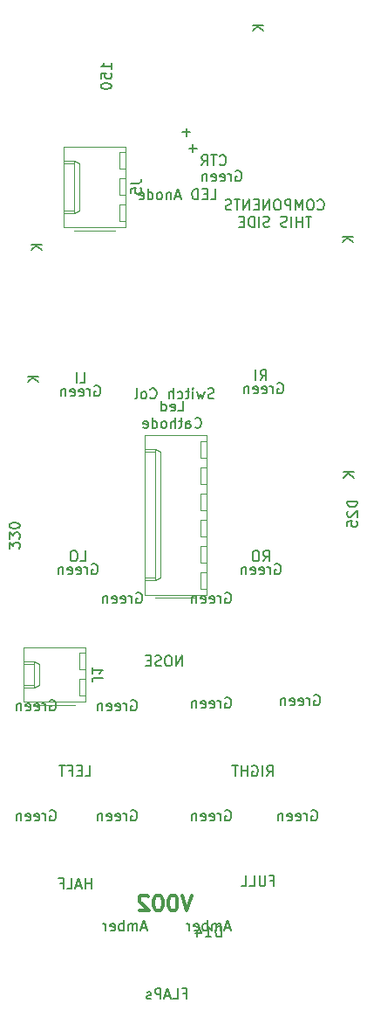
<source format=gbr>
G04 #@! TF.GenerationSoftware,KiCad,Pcbnew,(5.1.5-0-10_14)*
G04 #@! TF.CreationDate,2021-11-28T08:40:40+10:00*
G04 #@! TF.ProjectId,JETT_SELECT_Panel,4a455454-5f53-4454-9c45-43545f50616e,-*
G04 #@! TF.SameCoordinates,Original*
G04 #@! TF.FileFunction,Legend,Bot*
G04 #@! TF.FilePolarity,Positive*
%FSLAX46Y46*%
G04 Gerber Fmt 4.6, Leading zero omitted, Abs format (unit mm)*
G04 Created by KiCad (PCBNEW (5.1.5-0-10_14)) date 2021-11-28 08:40:40*
%MOMM*%
%LPD*%
G04 APERTURE LIST*
%ADD10C,0.150000*%
%ADD11C,0.300000*%
%ADD12C,0.120000*%
G04 APERTURE END LIST*
D10*
X116783916Y-67318392D02*
X116831535Y-67366011D01*
X116974392Y-67413630D01*
X117069630Y-67413630D01*
X117212488Y-67366011D01*
X117307726Y-67270773D01*
X117355345Y-67175535D01*
X117402964Y-66985059D01*
X117402964Y-66842202D01*
X117355345Y-66651726D01*
X117307726Y-66556488D01*
X117212488Y-66461250D01*
X117069630Y-66413630D01*
X116974392Y-66413630D01*
X116831535Y-66461250D01*
X116783916Y-66508869D01*
X116164869Y-66413630D02*
X115974392Y-66413630D01*
X115879154Y-66461250D01*
X115783916Y-66556488D01*
X115736297Y-66746964D01*
X115736297Y-67080297D01*
X115783916Y-67270773D01*
X115879154Y-67366011D01*
X115974392Y-67413630D01*
X116164869Y-67413630D01*
X116260107Y-67366011D01*
X116355345Y-67270773D01*
X116402964Y-67080297D01*
X116402964Y-66746964D01*
X116355345Y-66556488D01*
X116260107Y-66461250D01*
X116164869Y-66413630D01*
X115307726Y-67413630D02*
X115307726Y-66413630D01*
X114974392Y-67127916D01*
X114641059Y-66413630D01*
X114641059Y-67413630D01*
X114164869Y-67413630D02*
X114164869Y-66413630D01*
X113783916Y-66413630D01*
X113688678Y-66461250D01*
X113641059Y-66508869D01*
X113593440Y-66604107D01*
X113593440Y-66746964D01*
X113641059Y-66842202D01*
X113688678Y-66889821D01*
X113783916Y-66937440D01*
X114164869Y-66937440D01*
X112974392Y-66413630D02*
X112783916Y-66413630D01*
X112688678Y-66461250D01*
X112593440Y-66556488D01*
X112545821Y-66746964D01*
X112545821Y-67080297D01*
X112593440Y-67270773D01*
X112688678Y-67366011D01*
X112783916Y-67413630D01*
X112974392Y-67413630D01*
X113069630Y-67366011D01*
X113164869Y-67270773D01*
X113212488Y-67080297D01*
X113212488Y-66746964D01*
X113164869Y-66556488D01*
X113069630Y-66461250D01*
X112974392Y-66413630D01*
X112117250Y-67413630D02*
X112117250Y-66413630D01*
X111545821Y-67413630D01*
X111545821Y-66413630D01*
X111069630Y-66889821D02*
X110736297Y-66889821D01*
X110593440Y-67413630D02*
X111069630Y-67413630D01*
X111069630Y-66413630D01*
X110593440Y-66413630D01*
X110164869Y-67413630D02*
X110164869Y-66413630D01*
X109593440Y-67413630D01*
X109593440Y-66413630D01*
X109260107Y-66413630D02*
X108688678Y-66413630D01*
X108974392Y-67413630D02*
X108974392Y-66413630D01*
X108402964Y-67366011D02*
X108260107Y-67413630D01*
X108022011Y-67413630D01*
X107926773Y-67366011D01*
X107879154Y-67318392D01*
X107831535Y-67223154D01*
X107831535Y-67127916D01*
X107879154Y-67032678D01*
X107926773Y-66985059D01*
X108022011Y-66937440D01*
X108212488Y-66889821D01*
X108307726Y-66842202D01*
X108355345Y-66794583D01*
X108402964Y-66699345D01*
X108402964Y-66604107D01*
X108355345Y-66508869D01*
X108307726Y-66461250D01*
X108212488Y-66413630D01*
X107974392Y-66413630D01*
X107831535Y-66461250D01*
X116188678Y-68063630D02*
X115617250Y-68063630D01*
X115902964Y-69063630D02*
X115902964Y-68063630D01*
X115283916Y-69063630D02*
X115283916Y-68063630D01*
X115283916Y-68539821D02*
X114712488Y-68539821D01*
X114712488Y-69063630D02*
X114712488Y-68063630D01*
X114236297Y-69063630D02*
X114236297Y-68063630D01*
X113807726Y-69016011D02*
X113664869Y-69063630D01*
X113426773Y-69063630D01*
X113331535Y-69016011D01*
X113283916Y-68968392D01*
X113236297Y-68873154D01*
X113236297Y-68777916D01*
X113283916Y-68682678D01*
X113331535Y-68635059D01*
X113426773Y-68587440D01*
X113617250Y-68539821D01*
X113712488Y-68492202D01*
X113760107Y-68444583D01*
X113807726Y-68349345D01*
X113807726Y-68254107D01*
X113760107Y-68158869D01*
X113712488Y-68111250D01*
X113617250Y-68063630D01*
X113379154Y-68063630D01*
X113236297Y-68111250D01*
X112093440Y-69016011D02*
X111950583Y-69063630D01*
X111712488Y-69063630D01*
X111617250Y-69016011D01*
X111569630Y-68968392D01*
X111522011Y-68873154D01*
X111522011Y-68777916D01*
X111569630Y-68682678D01*
X111617250Y-68635059D01*
X111712488Y-68587440D01*
X111902964Y-68539821D01*
X111998202Y-68492202D01*
X112045821Y-68444583D01*
X112093440Y-68349345D01*
X112093440Y-68254107D01*
X112045821Y-68158869D01*
X111998202Y-68111250D01*
X111902964Y-68063630D01*
X111664869Y-68063630D01*
X111522011Y-68111250D01*
X111093440Y-69063630D02*
X111093440Y-68063630D01*
X110617250Y-69063630D02*
X110617250Y-68063630D01*
X110379154Y-68063630D01*
X110236297Y-68111250D01*
X110141059Y-68206488D01*
X110093440Y-68301726D01*
X110045821Y-68492202D01*
X110045821Y-68635059D01*
X110093440Y-68825535D01*
X110141059Y-68920773D01*
X110236297Y-69016011D01*
X110379154Y-69063630D01*
X110617250Y-69063630D01*
X109617250Y-68539821D02*
X109283916Y-68539821D01*
X109141059Y-69063630D02*
X109617250Y-69063630D01*
X109617250Y-68063630D01*
X109141059Y-68063630D01*
D11*
X104592107Y-133830321D02*
X104092107Y-135330321D01*
X103592107Y-133830321D01*
X102806392Y-133830321D02*
X102663535Y-133830321D01*
X102520678Y-133901750D01*
X102449250Y-133973178D01*
X102377821Y-134116035D01*
X102306392Y-134401750D01*
X102306392Y-134758892D01*
X102377821Y-135044607D01*
X102449250Y-135187464D01*
X102520678Y-135258892D01*
X102663535Y-135330321D01*
X102806392Y-135330321D01*
X102949250Y-135258892D01*
X103020678Y-135187464D01*
X103092107Y-135044607D01*
X103163535Y-134758892D01*
X103163535Y-134401750D01*
X103092107Y-134116035D01*
X103020678Y-133973178D01*
X102949250Y-133901750D01*
X102806392Y-133830321D01*
X101377821Y-133830321D02*
X101234964Y-133830321D01*
X101092107Y-133901750D01*
X101020678Y-133973178D01*
X100949250Y-134116035D01*
X100877821Y-134401750D01*
X100877821Y-134758892D01*
X100949250Y-135044607D01*
X101020678Y-135187464D01*
X101092107Y-135258892D01*
X101234964Y-135330321D01*
X101377821Y-135330321D01*
X101520678Y-135258892D01*
X101592107Y-135187464D01*
X101663535Y-135044607D01*
X101734964Y-134758892D01*
X101734964Y-134401750D01*
X101663535Y-134116035D01*
X101592107Y-133973178D01*
X101520678Y-133901750D01*
X101377821Y-133830321D01*
X100306392Y-133973178D02*
X100234964Y-133901750D01*
X100092107Y-133830321D01*
X99734964Y-133830321D01*
X99592107Y-133901750D01*
X99520678Y-133973178D01*
X99449250Y-134116035D01*
X99449250Y-134258892D01*
X99520678Y-134473178D01*
X100377821Y-135330321D01*
X99449250Y-135330321D01*
D10*
X108830892Y-63666750D02*
X108926130Y-63619130D01*
X109068988Y-63619130D01*
X109211845Y-63666750D01*
X109307083Y-63761988D01*
X109354702Y-63857226D01*
X109402321Y-64047702D01*
X109402321Y-64190559D01*
X109354702Y-64381035D01*
X109307083Y-64476273D01*
X109211845Y-64571511D01*
X109068988Y-64619130D01*
X108973750Y-64619130D01*
X108830892Y-64571511D01*
X108783273Y-64523892D01*
X108783273Y-64190559D01*
X108973750Y-64190559D01*
X108354702Y-64619130D02*
X108354702Y-63952464D01*
X108354702Y-64142940D02*
X108307083Y-64047702D01*
X108259464Y-64000083D01*
X108164226Y-63952464D01*
X108068988Y-63952464D01*
X107354702Y-64571511D02*
X107449940Y-64619130D01*
X107640416Y-64619130D01*
X107735654Y-64571511D01*
X107783273Y-64476273D01*
X107783273Y-64095321D01*
X107735654Y-64000083D01*
X107640416Y-63952464D01*
X107449940Y-63952464D01*
X107354702Y-64000083D01*
X107307083Y-64095321D01*
X107307083Y-64190559D01*
X107783273Y-64285797D01*
X106497559Y-64571511D02*
X106592797Y-64619130D01*
X106783273Y-64619130D01*
X106878511Y-64571511D01*
X106926130Y-64476273D01*
X106926130Y-64095321D01*
X106878511Y-64000083D01*
X106783273Y-63952464D01*
X106592797Y-63952464D01*
X106497559Y-64000083D01*
X106449940Y-64095321D01*
X106449940Y-64190559D01*
X106926130Y-64285797D01*
X106021369Y-63952464D02*
X106021369Y-64619130D01*
X106021369Y-64047702D02*
X105973750Y-64000083D01*
X105878511Y-63952464D01*
X105735654Y-63952464D01*
X105640416Y-64000083D01*
X105592797Y-64095321D01*
X105592797Y-64619130D01*
X95114892Y-84494750D02*
X95210130Y-84447130D01*
X95352988Y-84447130D01*
X95495845Y-84494750D01*
X95591083Y-84589988D01*
X95638702Y-84685226D01*
X95686321Y-84875702D01*
X95686321Y-85018559D01*
X95638702Y-85209035D01*
X95591083Y-85304273D01*
X95495845Y-85399511D01*
X95352988Y-85447130D01*
X95257750Y-85447130D01*
X95114892Y-85399511D01*
X95067273Y-85351892D01*
X95067273Y-85018559D01*
X95257750Y-85018559D01*
X94638702Y-85447130D02*
X94638702Y-84780464D01*
X94638702Y-84970940D02*
X94591083Y-84875702D01*
X94543464Y-84828083D01*
X94448226Y-84780464D01*
X94352988Y-84780464D01*
X93638702Y-85399511D02*
X93733940Y-85447130D01*
X93924416Y-85447130D01*
X94019654Y-85399511D01*
X94067273Y-85304273D01*
X94067273Y-84923321D01*
X94019654Y-84828083D01*
X93924416Y-84780464D01*
X93733940Y-84780464D01*
X93638702Y-84828083D01*
X93591083Y-84923321D01*
X93591083Y-85018559D01*
X94067273Y-85113797D01*
X92781559Y-85399511D02*
X92876797Y-85447130D01*
X93067273Y-85447130D01*
X93162511Y-85399511D01*
X93210130Y-85304273D01*
X93210130Y-84923321D01*
X93162511Y-84828083D01*
X93067273Y-84780464D01*
X92876797Y-84780464D01*
X92781559Y-84828083D01*
X92733940Y-84923321D01*
X92733940Y-85018559D01*
X93210130Y-85113797D01*
X92305369Y-84780464D02*
X92305369Y-85447130D01*
X92305369Y-84875702D02*
X92257750Y-84828083D01*
X92162511Y-84780464D01*
X92019654Y-84780464D01*
X91924416Y-84828083D01*
X91876797Y-84923321D01*
X91876797Y-85447130D01*
X112894892Y-84240750D02*
X112990130Y-84193130D01*
X113132988Y-84193130D01*
X113275845Y-84240750D01*
X113371083Y-84335988D01*
X113418702Y-84431226D01*
X113466321Y-84621702D01*
X113466321Y-84764559D01*
X113418702Y-84955035D01*
X113371083Y-85050273D01*
X113275845Y-85145511D01*
X113132988Y-85193130D01*
X113037750Y-85193130D01*
X112894892Y-85145511D01*
X112847273Y-85097892D01*
X112847273Y-84764559D01*
X113037750Y-84764559D01*
X112418702Y-85193130D02*
X112418702Y-84526464D01*
X112418702Y-84716940D02*
X112371083Y-84621702D01*
X112323464Y-84574083D01*
X112228226Y-84526464D01*
X112132988Y-84526464D01*
X111418702Y-85145511D02*
X111513940Y-85193130D01*
X111704416Y-85193130D01*
X111799654Y-85145511D01*
X111847273Y-85050273D01*
X111847273Y-84669321D01*
X111799654Y-84574083D01*
X111704416Y-84526464D01*
X111513940Y-84526464D01*
X111418702Y-84574083D01*
X111371083Y-84669321D01*
X111371083Y-84764559D01*
X111847273Y-84859797D01*
X110561559Y-85145511D02*
X110656797Y-85193130D01*
X110847273Y-85193130D01*
X110942511Y-85145511D01*
X110990130Y-85050273D01*
X110990130Y-84669321D01*
X110942511Y-84574083D01*
X110847273Y-84526464D01*
X110656797Y-84526464D01*
X110561559Y-84574083D01*
X110513940Y-84669321D01*
X110513940Y-84764559D01*
X110990130Y-84859797D01*
X110085369Y-84526464D02*
X110085369Y-85193130D01*
X110085369Y-84621702D02*
X110037750Y-84574083D01*
X109942511Y-84526464D01*
X109799654Y-84526464D01*
X109704416Y-84574083D01*
X109656797Y-84669321D01*
X109656797Y-85193130D01*
X112640892Y-101766750D02*
X112736130Y-101719130D01*
X112878988Y-101719130D01*
X113021845Y-101766750D01*
X113117083Y-101861988D01*
X113164702Y-101957226D01*
X113212321Y-102147702D01*
X113212321Y-102290559D01*
X113164702Y-102481035D01*
X113117083Y-102576273D01*
X113021845Y-102671511D01*
X112878988Y-102719130D01*
X112783750Y-102719130D01*
X112640892Y-102671511D01*
X112593273Y-102623892D01*
X112593273Y-102290559D01*
X112783750Y-102290559D01*
X112164702Y-102719130D02*
X112164702Y-102052464D01*
X112164702Y-102242940D02*
X112117083Y-102147702D01*
X112069464Y-102100083D01*
X111974226Y-102052464D01*
X111878988Y-102052464D01*
X111164702Y-102671511D02*
X111259940Y-102719130D01*
X111450416Y-102719130D01*
X111545654Y-102671511D01*
X111593273Y-102576273D01*
X111593273Y-102195321D01*
X111545654Y-102100083D01*
X111450416Y-102052464D01*
X111259940Y-102052464D01*
X111164702Y-102100083D01*
X111117083Y-102195321D01*
X111117083Y-102290559D01*
X111593273Y-102385797D01*
X110307559Y-102671511D02*
X110402797Y-102719130D01*
X110593273Y-102719130D01*
X110688511Y-102671511D01*
X110736130Y-102576273D01*
X110736130Y-102195321D01*
X110688511Y-102100083D01*
X110593273Y-102052464D01*
X110402797Y-102052464D01*
X110307559Y-102100083D01*
X110259940Y-102195321D01*
X110259940Y-102290559D01*
X110736130Y-102385797D01*
X109831369Y-102052464D02*
X109831369Y-102719130D01*
X109831369Y-102147702D02*
X109783750Y-102100083D01*
X109688511Y-102052464D01*
X109545654Y-102052464D01*
X109450416Y-102100083D01*
X109402797Y-102195321D01*
X109402797Y-102719130D01*
X94860892Y-101766750D02*
X94956130Y-101719130D01*
X95098988Y-101719130D01*
X95241845Y-101766750D01*
X95337083Y-101861988D01*
X95384702Y-101957226D01*
X95432321Y-102147702D01*
X95432321Y-102290559D01*
X95384702Y-102481035D01*
X95337083Y-102576273D01*
X95241845Y-102671511D01*
X95098988Y-102719130D01*
X95003750Y-102719130D01*
X94860892Y-102671511D01*
X94813273Y-102623892D01*
X94813273Y-102290559D01*
X95003750Y-102290559D01*
X94384702Y-102719130D02*
X94384702Y-102052464D01*
X94384702Y-102242940D02*
X94337083Y-102147702D01*
X94289464Y-102100083D01*
X94194226Y-102052464D01*
X94098988Y-102052464D01*
X93384702Y-102671511D02*
X93479940Y-102719130D01*
X93670416Y-102719130D01*
X93765654Y-102671511D01*
X93813273Y-102576273D01*
X93813273Y-102195321D01*
X93765654Y-102100083D01*
X93670416Y-102052464D01*
X93479940Y-102052464D01*
X93384702Y-102100083D01*
X93337083Y-102195321D01*
X93337083Y-102290559D01*
X93813273Y-102385797D01*
X92527559Y-102671511D02*
X92622797Y-102719130D01*
X92813273Y-102719130D01*
X92908511Y-102671511D01*
X92956130Y-102576273D01*
X92956130Y-102195321D01*
X92908511Y-102100083D01*
X92813273Y-102052464D01*
X92622797Y-102052464D01*
X92527559Y-102100083D01*
X92479940Y-102195321D01*
X92479940Y-102290559D01*
X92956130Y-102385797D01*
X92051369Y-102052464D02*
X92051369Y-102719130D01*
X92051369Y-102147702D02*
X92003750Y-102100083D01*
X91908511Y-102052464D01*
X91765654Y-102052464D01*
X91670416Y-102100083D01*
X91622797Y-102195321D01*
X91622797Y-102719130D01*
X107814892Y-104560750D02*
X107910130Y-104513130D01*
X108052988Y-104513130D01*
X108195845Y-104560750D01*
X108291083Y-104655988D01*
X108338702Y-104751226D01*
X108386321Y-104941702D01*
X108386321Y-105084559D01*
X108338702Y-105275035D01*
X108291083Y-105370273D01*
X108195845Y-105465511D01*
X108052988Y-105513130D01*
X107957750Y-105513130D01*
X107814892Y-105465511D01*
X107767273Y-105417892D01*
X107767273Y-105084559D01*
X107957750Y-105084559D01*
X107338702Y-105513130D02*
X107338702Y-104846464D01*
X107338702Y-105036940D02*
X107291083Y-104941702D01*
X107243464Y-104894083D01*
X107148226Y-104846464D01*
X107052988Y-104846464D01*
X106338702Y-105465511D02*
X106433940Y-105513130D01*
X106624416Y-105513130D01*
X106719654Y-105465511D01*
X106767273Y-105370273D01*
X106767273Y-104989321D01*
X106719654Y-104894083D01*
X106624416Y-104846464D01*
X106433940Y-104846464D01*
X106338702Y-104894083D01*
X106291083Y-104989321D01*
X106291083Y-105084559D01*
X106767273Y-105179797D01*
X105481559Y-105465511D02*
X105576797Y-105513130D01*
X105767273Y-105513130D01*
X105862511Y-105465511D01*
X105910130Y-105370273D01*
X105910130Y-104989321D01*
X105862511Y-104894083D01*
X105767273Y-104846464D01*
X105576797Y-104846464D01*
X105481559Y-104894083D01*
X105433940Y-104989321D01*
X105433940Y-105084559D01*
X105910130Y-105179797D01*
X105005369Y-104846464D02*
X105005369Y-105513130D01*
X105005369Y-104941702D02*
X104957750Y-104894083D01*
X104862511Y-104846464D01*
X104719654Y-104846464D01*
X104624416Y-104894083D01*
X104576797Y-104989321D01*
X104576797Y-105513130D01*
X99178892Y-104560750D02*
X99274130Y-104513130D01*
X99416988Y-104513130D01*
X99559845Y-104560750D01*
X99655083Y-104655988D01*
X99702702Y-104751226D01*
X99750321Y-104941702D01*
X99750321Y-105084559D01*
X99702702Y-105275035D01*
X99655083Y-105370273D01*
X99559845Y-105465511D01*
X99416988Y-105513130D01*
X99321750Y-105513130D01*
X99178892Y-105465511D01*
X99131273Y-105417892D01*
X99131273Y-105084559D01*
X99321750Y-105084559D01*
X98702702Y-105513130D02*
X98702702Y-104846464D01*
X98702702Y-105036940D02*
X98655083Y-104941702D01*
X98607464Y-104894083D01*
X98512226Y-104846464D01*
X98416988Y-104846464D01*
X97702702Y-105465511D02*
X97797940Y-105513130D01*
X97988416Y-105513130D01*
X98083654Y-105465511D01*
X98131273Y-105370273D01*
X98131273Y-104989321D01*
X98083654Y-104894083D01*
X97988416Y-104846464D01*
X97797940Y-104846464D01*
X97702702Y-104894083D01*
X97655083Y-104989321D01*
X97655083Y-105084559D01*
X98131273Y-105179797D01*
X96845559Y-105465511D02*
X96940797Y-105513130D01*
X97131273Y-105513130D01*
X97226511Y-105465511D01*
X97274130Y-105370273D01*
X97274130Y-104989321D01*
X97226511Y-104894083D01*
X97131273Y-104846464D01*
X96940797Y-104846464D01*
X96845559Y-104894083D01*
X96797940Y-104989321D01*
X96797940Y-105084559D01*
X97274130Y-105179797D01*
X96369369Y-104846464D02*
X96369369Y-105513130D01*
X96369369Y-104941702D02*
X96321750Y-104894083D01*
X96226511Y-104846464D01*
X96083654Y-104846464D01*
X95988416Y-104894083D01*
X95940797Y-104989321D01*
X95940797Y-105513130D01*
X116450892Y-114466750D02*
X116546130Y-114419130D01*
X116688988Y-114419130D01*
X116831845Y-114466750D01*
X116927083Y-114561988D01*
X116974702Y-114657226D01*
X117022321Y-114847702D01*
X117022321Y-114990559D01*
X116974702Y-115181035D01*
X116927083Y-115276273D01*
X116831845Y-115371511D01*
X116688988Y-115419130D01*
X116593750Y-115419130D01*
X116450892Y-115371511D01*
X116403273Y-115323892D01*
X116403273Y-114990559D01*
X116593750Y-114990559D01*
X115974702Y-115419130D02*
X115974702Y-114752464D01*
X115974702Y-114942940D02*
X115927083Y-114847702D01*
X115879464Y-114800083D01*
X115784226Y-114752464D01*
X115688988Y-114752464D01*
X114974702Y-115371511D02*
X115069940Y-115419130D01*
X115260416Y-115419130D01*
X115355654Y-115371511D01*
X115403273Y-115276273D01*
X115403273Y-114895321D01*
X115355654Y-114800083D01*
X115260416Y-114752464D01*
X115069940Y-114752464D01*
X114974702Y-114800083D01*
X114927083Y-114895321D01*
X114927083Y-114990559D01*
X115403273Y-115085797D01*
X114117559Y-115371511D02*
X114212797Y-115419130D01*
X114403273Y-115419130D01*
X114498511Y-115371511D01*
X114546130Y-115276273D01*
X114546130Y-114895321D01*
X114498511Y-114800083D01*
X114403273Y-114752464D01*
X114212797Y-114752464D01*
X114117559Y-114800083D01*
X114069940Y-114895321D01*
X114069940Y-114990559D01*
X114546130Y-115085797D01*
X113641369Y-114752464D02*
X113641369Y-115419130D01*
X113641369Y-114847702D02*
X113593750Y-114800083D01*
X113498511Y-114752464D01*
X113355654Y-114752464D01*
X113260416Y-114800083D01*
X113212797Y-114895321D01*
X113212797Y-115419130D01*
X107814892Y-114720750D02*
X107910130Y-114673130D01*
X108052988Y-114673130D01*
X108195845Y-114720750D01*
X108291083Y-114815988D01*
X108338702Y-114911226D01*
X108386321Y-115101702D01*
X108386321Y-115244559D01*
X108338702Y-115435035D01*
X108291083Y-115530273D01*
X108195845Y-115625511D01*
X108052988Y-115673130D01*
X107957750Y-115673130D01*
X107814892Y-115625511D01*
X107767273Y-115577892D01*
X107767273Y-115244559D01*
X107957750Y-115244559D01*
X107338702Y-115673130D02*
X107338702Y-115006464D01*
X107338702Y-115196940D02*
X107291083Y-115101702D01*
X107243464Y-115054083D01*
X107148226Y-115006464D01*
X107052988Y-115006464D01*
X106338702Y-115625511D02*
X106433940Y-115673130D01*
X106624416Y-115673130D01*
X106719654Y-115625511D01*
X106767273Y-115530273D01*
X106767273Y-115149321D01*
X106719654Y-115054083D01*
X106624416Y-115006464D01*
X106433940Y-115006464D01*
X106338702Y-115054083D01*
X106291083Y-115149321D01*
X106291083Y-115244559D01*
X106767273Y-115339797D01*
X105481559Y-115625511D02*
X105576797Y-115673130D01*
X105767273Y-115673130D01*
X105862511Y-115625511D01*
X105910130Y-115530273D01*
X105910130Y-115149321D01*
X105862511Y-115054083D01*
X105767273Y-115006464D01*
X105576797Y-115006464D01*
X105481559Y-115054083D01*
X105433940Y-115149321D01*
X105433940Y-115244559D01*
X105910130Y-115339797D01*
X105005369Y-115006464D02*
X105005369Y-115673130D01*
X105005369Y-115101702D02*
X104957750Y-115054083D01*
X104862511Y-115006464D01*
X104719654Y-115006464D01*
X104624416Y-115054083D01*
X104576797Y-115149321D01*
X104576797Y-115673130D01*
X98670892Y-114974750D02*
X98766130Y-114927130D01*
X98908988Y-114927130D01*
X99051845Y-114974750D01*
X99147083Y-115069988D01*
X99194702Y-115165226D01*
X99242321Y-115355702D01*
X99242321Y-115498559D01*
X99194702Y-115689035D01*
X99147083Y-115784273D01*
X99051845Y-115879511D01*
X98908988Y-115927130D01*
X98813750Y-115927130D01*
X98670892Y-115879511D01*
X98623273Y-115831892D01*
X98623273Y-115498559D01*
X98813750Y-115498559D01*
X98194702Y-115927130D02*
X98194702Y-115260464D01*
X98194702Y-115450940D02*
X98147083Y-115355702D01*
X98099464Y-115308083D01*
X98004226Y-115260464D01*
X97908988Y-115260464D01*
X97194702Y-115879511D02*
X97289940Y-115927130D01*
X97480416Y-115927130D01*
X97575654Y-115879511D01*
X97623273Y-115784273D01*
X97623273Y-115403321D01*
X97575654Y-115308083D01*
X97480416Y-115260464D01*
X97289940Y-115260464D01*
X97194702Y-115308083D01*
X97147083Y-115403321D01*
X97147083Y-115498559D01*
X97623273Y-115593797D01*
X96337559Y-115879511D02*
X96432797Y-115927130D01*
X96623273Y-115927130D01*
X96718511Y-115879511D01*
X96766130Y-115784273D01*
X96766130Y-115403321D01*
X96718511Y-115308083D01*
X96623273Y-115260464D01*
X96432797Y-115260464D01*
X96337559Y-115308083D01*
X96289940Y-115403321D01*
X96289940Y-115498559D01*
X96766130Y-115593797D01*
X95861369Y-115260464D02*
X95861369Y-115927130D01*
X95861369Y-115355702D02*
X95813750Y-115308083D01*
X95718511Y-115260464D01*
X95575654Y-115260464D01*
X95480416Y-115308083D01*
X95432797Y-115403321D01*
X95432797Y-115927130D01*
X90796892Y-114974750D02*
X90892130Y-114927130D01*
X91034988Y-114927130D01*
X91177845Y-114974750D01*
X91273083Y-115069988D01*
X91320702Y-115165226D01*
X91368321Y-115355702D01*
X91368321Y-115498559D01*
X91320702Y-115689035D01*
X91273083Y-115784273D01*
X91177845Y-115879511D01*
X91034988Y-115927130D01*
X90939750Y-115927130D01*
X90796892Y-115879511D01*
X90749273Y-115831892D01*
X90749273Y-115498559D01*
X90939750Y-115498559D01*
X90320702Y-115927130D02*
X90320702Y-115260464D01*
X90320702Y-115450940D02*
X90273083Y-115355702D01*
X90225464Y-115308083D01*
X90130226Y-115260464D01*
X90034988Y-115260464D01*
X89320702Y-115879511D02*
X89415940Y-115927130D01*
X89606416Y-115927130D01*
X89701654Y-115879511D01*
X89749273Y-115784273D01*
X89749273Y-115403321D01*
X89701654Y-115308083D01*
X89606416Y-115260464D01*
X89415940Y-115260464D01*
X89320702Y-115308083D01*
X89273083Y-115403321D01*
X89273083Y-115498559D01*
X89749273Y-115593797D01*
X88463559Y-115879511D02*
X88558797Y-115927130D01*
X88749273Y-115927130D01*
X88844511Y-115879511D01*
X88892130Y-115784273D01*
X88892130Y-115403321D01*
X88844511Y-115308083D01*
X88749273Y-115260464D01*
X88558797Y-115260464D01*
X88463559Y-115308083D01*
X88415940Y-115403321D01*
X88415940Y-115498559D01*
X88892130Y-115593797D01*
X87987369Y-115260464D02*
X87987369Y-115927130D01*
X87987369Y-115355702D02*
X87939750Y-115308083D01*
X87844511Y-115260464D01*
X87701654Y-115260464D01*
X87606416Y-115308083D01*
X87558797Y-115403321D01*
X87558797Y-115927130D01*
X116196892Y-125642750D02*
X116292130Y-125595130D01*
X116434988Y-125595130D01*
X116577845Y-125642750D01*
X116673083Y-125737988D01*
X116720702Y-125833226D01*
X116768321Y-126023702D01*
X116768321Y-126166559D01*
X116720702Y-126357035D01*
X116673083Y-126452273D01*
X116577845Y-126547511D01*
X116434988Y-126595130D01*
X116339750Y-126595130D01*
X116196892Y-126547511D01*
X116149273Y-126499892D01*
X116149273Y-126166559D01*
X116339750Y-126166559D01*
X115720702Y-126595130D02*
X115720702Y-125928464D01*
X115720702Y-126118940D02*
X115673083Y-126023702D01*
X115625464Y-125976083D01*
X115530226Y-125928464D01*
X115434988Y-125928464D01*
X114720702Y-126547511D02*
X114815940Y-126595130D01*
X115006416Y-126595130D01*
X115101654Y-126547511D01*
X115149273Y-126452273D01*
X115149273Y-126071321D01*
X115101654Y-125976083D01*
X115006416Y-125928464D01*
X114815940Y-125928464D01*
X114720702Y-125976083D01*
X114673083Y-126071321D01*
X114673083Y-126166559D01*
X115149273Y-126261797D01*
X113863559Y-126547511D02*
X113958797Y-126595130D01*
X114149273Y-126595130D01*
X114244511Y-126547511D01*
X114292130Y-126452273D01*
X114292130Y-126071321D01*
X114244511Y-125976083D01*
X114149273Y-125928464D01*
X113958797Y-125928464D01*
X113863559Y-125976083D01*
X113815940Y-126071321D01*
X113815940Y-126166559D01*
X114292130Y-126261797D01*
X113387369Y-125928464D02*
X113387369Y-126595130D01*
X113387369Y-126023702D02*
X113339750Y-125976083D01*
X113244511Y-125928464D01*
X113101654Y-125928464D01*
X113006416Y-125976083D01*
X112958797Y-126071321D01*
X112958797Y-126595130D01*
X107814892Y-125642750D02*
X107910130Y-125595130D01*
X108052988Y-125595130D01*
X108195845Y-125642750D01*
X108291083Y-125737988D01*
X108338702Y-125833226D01*
X108386321Y-126023702D01*
X108386321Y-126166559D01*
X108338702Y-126357035D01*
X108291083Y-126452273D01*
X108195845Y-126547511D01*
X108052988Y-126595130D01*
X107957750Y-126595130D01*
X107814892Y-126547511D01*
X107767273Y-126499892D01*
X107767273Y-126166559D01*
X107957750Y-126166559D01*
X107338702Y-126595130D02*
X107338702Y-125928464D01*
X107338702Y-126118940D02*
X107291083Y-126023702D01*
X107243464Y-125976083D01*
X107148226Y-125928464D01*
X107052988Y-125928464D01*
X106338702Y-126547511D02*
X106433940Y-126595130D01*
X106624416Y-126595130D01*
X106719654Y-126547511D01*
X106767273Y-126452273D01*
X106767273Y-126071321D01*
X106719654Y-125976083D01*
X106624416Y-125928464D01*
X106433940Y-125928464D01*
X106338702Y-125976083D01*
X106291083Y-126071321D01*
X106291083Y-126166559D01*
X106767273Y-126261797D01*
X105481559Y-126547511D02*
X105576797Y-126595130D01*
X105767273Y-126595130D01*
X105862511Y-126547511D01*
X105910130Y-126452273D01*
X105910130Y-126071321D01*
X105862511Y-125976083D01*
X105767273Y-125928464D01*
X105576797Y-125928464D01*
X105481559Y-125976083D01*
X105433940Y-126071321D01*
X105433940Y-126166559D01*
X105910130Y-126261797D01*
X105005369Y-125928464D02*
X105005369Y-126595130D01*
X105005369Y-126023702D02*
X104957750Y-125976083D01*
X104862511Y-125928464D01*
X104719654Y-125928464D01*
X104624416Y-125976083D01*
X104576797Y-126071321D01*
X104576797Y-126595130D01*
X98670892Y-125642750D02*
X98766130Y-125595130D01*
X98908988Y-125595130D01*
X99051845Y-125642750D01*
X99147083Y-125737988D01*
X99194702Y-125833226D01*
X99242321Y-126023702D01*
X99242321Y-126166559D01*
X99194702Y-126357035D01*
X99147083Y-126452273D01*
X99051845Y-126547511D01*
X98908988Y-126595130D01*
X98813750Y-126595130D01*
X98670892Y-126547511D01*
X98623273Y-126499892D01*
X98623273Y-126166559D01*
X98813750Y-126166559D01*
X98194702Y-126595130D02*
X98194702Y-125928464D01*
X98194702Y-126118940D02*
X98147083Y-126023702D01*
X98099464Y-125976083D01*
X98004226Y-125928464D01*
X97908988Y-125928464D01*
X97194702Y-126547511D02*
X97289940Y-126595130D01*
X97480416Y-126595130D01*
X97575654Y-126547511D01*
X97623273Y-126452273D01*
X97623273Y-126071321D01*
X97575654Y-125976083D01*
X97480416Y-125928464D01*
X97289940Y-125928464D01*
X97194702Y-125976083D01*
X97147083Y-126071321D01*
X97147083Y-126166559D01*
X97623273Y-126261797D01*
X96337559Y-126547511D02*
X96432797Y-126595130D01*
X96623273Y-126595130D01*
X96718511Y-126547511D01*
X96766130Y-126452273D01*
X96766130Y-126071321D01*
X96718511Y-125976083D01*
X96623273Y-125928464D01*
X96432797Y-125928464D01*
X96337559Y-125976083D01*
X96289940Y-126071321D01*
X96289940Y-126166559D01*
X96766130Y-126261797D01*
X95861369Y-125928464D02*
X95861369Y-126595130D01*
X95861369Y-126023702D02*
X95813750Y-125976083D01*
X95718511Y-125928464D01*
X95575654Y-125928464D01*
X95480416Y-125976083D01*
X95432797Y-126071321D01*
X95432797Y-126595130D01*
X108298988Y-136977416D02*
X107822797Y-136977416D01*
X108394226Y-137263130D02*
X108060892Y-136263130D01*
X107727559Y-137263130D01*
X107394226Y-137263130D02*
X107394226Y-136596464D01*
X107394226Y-136691702D02*
X107346607Y-136644083D01*
X107251369Y-136596464D01*
X107108511Y-136596464D01*
X107013273Y-136644083D01*
X106965654Y-136739321D01*
X106965654Y-137263130D01*
X106965654Y-136739321D02*
X106918035Y-136644083D01*
X106822797Y-136596464D01*
X106679940Y-136596464D01*
X106584702Y-136644083D01*
X106537083Y-136739321D01*
X106537083Y-137263130D01*
X106060892Y-137263130D02*
X106060892Y-136263130D01*
X106060892Y-136644083D02*
X105965654Y-136596464D01*
X105775178Y-136596464D01*
X105679940Y-136644083D01*
X105632321Y-136691702D01*
X105584702Y-136786940D01*
X105584702Y-137072654D01*
X105632321Y-137167892D01*
X105679940Y-137215511D01*
X105775178Y-137263130D01*
X105965654Y-137263130D01*
X106060892Y-137215511D01*
X104775178Y-137215511D02*
X104870416Y-137263130D01*
X105060892Y-137263130D01*
X105156130Y-137215511D01*
X105203750Y-137120273D01*
X105203750Y-136739321D01*
X105156130Y-136644083D01*
X105060892Y-136596464D01*
X104870416Y-136596464D01*
X104775178Y-136644083D01*
X104727559Y-136739321D01*
X104727559Y-136834559D01*
X105203750Y-136929797D01*
X104298988Y-137263130D02*
X104298988Y-136596464D01*
X104298988Y-136786940D02*
X104251369Y-136691702D01*
X104203750Y-136644083D01*
X104108511Y-136596464D01*
X104013273Y-136596464D01*
X100170988Y-136977416D02*
X99694797Y-136977416D01*
X100266226Y-137263130D02*
X99932892Y-136263130D01*
X99599559Y-137263130D01*
X99266226Y-137263130D02*
X99266226Y-136596464D01*
X99266226Y-136691702D02*
X99218607Y-136644083D01*
X99123369Y-136596464D01*
X98980511Y-136596464D01*
X98885273Y-136644083D01*
X98837654Y-136739321D01*
X98837654Y-137263130D01*
X98837654Y-136739321D02*
X98790035Y-136644083D01*
X98694797Y-136596464D01*
X98551940Y-136596464D01*
X98456702Y-136644083D01*
X98409083Y-136739321D01*
X98409083Y-137263130D01*
X97932892Y-137263130D02*
X97932892Y-136263130D01*
X97932892Y-136644083D02*
X97837654Y-136596464D01*
X97647178Y-136596464D01*
X97551940Y-136644083D01*
X97504321Y-136691702D01*
X97456702Y-136786940D01*
X97456702Y-137072654D01*
X97504321Y-137167892D01*
X97551940Y-137215511D01*
X97647178Y-137263130D01*
X97837654Y-137263130D01*
X97932892Y-137215511D01*
X96647178Y-137215511D02*
X96742416Y-137263130D01*
X96932892Y-137263130D01*
X97028130Y-137215511D01*
X97075750Y-137120273D01*
X97075750Y-136739321D01*
X97028130Y-136644083D01*
X96932892Y-136596464D01*
X96742416Y-136596464D01*
X96647178Y-136644083D01*
X96599559Y-136739321D01*
X96599559Y-136834559D01*
X97075750Y-136929797D01*
X96170988Y-137263130D02*
X96170988Y-136596464D01*
X96170988Y-136786940D02*
X96123369Y-136691702D01*
X96075750Y-136644083D01*
X95980511Y-136596464D01*
X95885273Y-136596464D01*
X90796892Y-125642750D02*
X90892130Y-125595130D01*
X91034988Y-125595130D01*
X91177845Y-125642750D01*
X91273083Y-125737988D01*
X91320702Y-125833226D01*
X91368321Y-126023702D01*
X91368321Y-126166559D01*
X91320702Y-126357035D01*
X91273083Y-126452273D01*
X91177845Y-126547511D01*
X91034988Y-126595130D01*
X90939750Y-126595130D01*
X90796892Y-126547511D01*
X90749273Y-126499892D01*
X90749273Y-126166559D01*
X90939750Y-126166559D01*
X90320702Y-126595130D02*
X90320702Y-125928464D01*
X90320702Y-126118940D02*
X90273083Y-126023702D01*
X90225464Y-125976083D01*
X90130226Y-125928464D01*
X90034988Y-125928464D01*
X89320702Y-126547511D02*
X89415940Y-126595130D01*
X89606416Y-126595130D01*
X89701654Y-126547511D01*
X89749273Y-126452273D01*
X89749273Y-126071321D01*
X89701654Y-125976083D01*
X89606416Y-125928464D01*
X89415940Y-125928464D01*
X89320702Y-125976083D01*
X89273083Y-126071321D01*
X89273083Y-126166559D01*
X89749273Y-126261797D01*
X88463559Y-126547511D02*
X88558797Y-126595130D01*
X88749273Y-126595130D01*
X88844511Y-126547511D01*
X88892130Y-126452273D01*
X88892130Y-126071321D01*
X88844511Y-125976083D01*
X88749273Y-125928464D01*
X88558797Y-125928464D01*
X88463559Y-125976083D01*
X88415940Y-126071321D01*
X88415940Y-126166559D01*
X88892130Y-126261797D01*
X87987369Y-125928464D02*
X87987369Y-126595130D01*
X87987369Y-126023702D02*
X87939750Y-125976083D01*
X87844511Y-125928464D01*
X87701654Y-125928464D01*
X87606416Y-125976083D01*
X87558797Y-126071321D01*
X87558797Y-126595130D01*
X105060702Y-61444178D02*
X104298797Y-61444178D01*
X104679750Y-61825130D02*
X104679750Y-61063226D01*
X107283178Y-62999892D02*
X107330797Y-63047511D01*
X107473654Y-63095130D01*
X107568892Y-63095130D01*
X107711750Y-63047511D01*
X107806988Y-62952273D01*
X107854607Y-62857035D01*
X107902226Y-62666559D01*
X107902226Y-62523702D01*
X107854607Y-62333226D01*
X107806988Y-62237988D01*
X107711750Y-62142750D01*
X107568892Y-62095130D01*
X107473654Y-62095130D01*
X107330797Y-62142750D01*
X107283178Y-62190369D01*
X106997464Y-62095130D02*
X106426035Y-62095130D01*
X106711750Y-63095130D02*
X106711750Y-62095130D01*
X105521273Y-63095130D02*
X105854607Y-62618940D01*
X106092702Y-63095130D02*
X106092702Y-62095130D01*
X105711750Y-62095130D01*
X105616511Y-62142750D01*
X105568892Y-62190369D01*
X105521273Y-62285607D01*
X105521273Y-62428464D01*
X105568892Y-62523702D01*
X105616511Y-62571321D01*
X105711750Y-62618940D01*
X106092702Y-62618940D01*
X111212321Y-83923130D02*
X111545654Y-83446940D01*
X111783750Y-83923130D02*
X111783750Y-82923130D01*
X111402797Y-82923130D01*
X111307559Y-82970750D01*
X111259940Y-83018369D01*
X111212321Y-83113607D01*
X111212321Y-83256464D01*
X111259940Y-83351702D01*
X111307559Y-83399321D01*
X111402797Y-83446940D01*
X111783750Y-83446940D01*
X110783750Y-83923130D02*
X110783750Y-82923130D01*
X93686321Y-84177130D02*
X94162511Y-84177130D01*
X94162511Y-83177130D01*
X93352988Y-84177130D02*
X93352988Y-83177130D01*
X111498035Y-101449130D02*
X111831369Y-100972940D01*
X112069464Y-101449130D02*
X112069464Y-100449130D01*
X111688511Y-100449130D01*
X111593273Y-100496750D01*
X111545654Y-100544369D01*
X111498035Y-100639607D01*
X111498035Y-100782464D01*
X111545654Y-100877702D01*
X111593273Y-100925321D01*
X111688511Y-100972940D01*
X112069464Y-100972940D01*
X110878988Y-100449130D02*
X110688511Y-100449130D01*
X110593273Y-100496750D01*
X110498035Y-100591988D01*
X110450416Y-100782464D01*
X110450416Y-101115797D01*
X110498035Y-101306273D01*
X110593273Y-101401511D01*
X110688511Y-101449130D01*
X110878988Y-101449130D01*
X110974226Y-101401511D01*
X111069464Y-101306273D01*
X111117083Y-101115797D01*
X111117083Y-100782464D01*
X111069464Y-100591988D01*
X110974226Y-100496750D01*
X110878988Y-100449130D01*
X93718035Y-101449130D02*
X94194226Y-101449130D01*
X94194226Y-100449130D01*
X93194226Y-100449130D02*
X93003750Y-100449130D01*
X92908511Y-100496750D01*
X92813273Y-100591988D01*
X92765654Y-100782464D01*
X92765654Y-101115797D01*
X92813273Y-101306273D01*
X92908511Y-101401511D01*
X93003750Y-101449130D01*
X93194226Y-101449130D01*
X93289464Y-101401511D01*
X93384702Y-101306273D01*
X93432321Y-101115797D01*
X93432321Y-100782464D01*
X93384702Y-100591988D01*
X93289464Y-100496750D01*
X93194226Y-100449130D01*
X103623845Y-111609130D02*
X103623845Y-110609130D01*
X103052416Y-111609130D01*
X103052416Y-110609130D01*
X102385750Y-110609130D02*
X102195273Y-110609130D01*
X102100035Y-110656750D01*
X102004797Y-110751988D01*
X101957178Y-110942464D01*
X101957178Y-111275797D01*
X102004797Y-111466273D01*
X102100035Y-111561511D01*
X102195273Y-111609130D01*
X102385750Y-111609130D01*
X102480988Y-111561511D01*
X102576226Y-111466273D01*
X102623845Y-111275797D01*
X102623845Y-110942464D01*
X102576226Y-110751988D01*
X102480988Y-110656750D01*
X102385750Y-110609130D01*
X101576226Y-111561511D02*
X101433369Y-111609130D01*
X101195273Y-111609130D01*
X101100035Y-111561511D01*
X101052416Y-111513892D01*
X101004797Y-111418654D01*
X101004797Y-111323416D01*
X101052416Y-111228178D01*
X101100035Y-111180559D01*
X101195273Y-111132940D01*
X101385750Y-111085321D01*
X101480988Y-111037702D01*
X101528607Y-110990083D01*
X101576226Y-110894845D01*
X101576226Y-110799607D01*
X101528607Y-110704369D01*
X101480988Y-110656750D01*
X101385750Y-110609130D01*
X101147654Y-110609130D01*
X101004797Y-110656750D01*
X100576226Y-111085321D02*
X100242892Y-111085321D01*
X100100035Y-111609130D02*
X100576226Y-111609130D01*
X100576226Y-110609130D01*
X100100035Y-110609130D01*
X111855083Y-122277130D02*
X112188416Y-121800940D01*
X112426511Y-122277130D02*
X112426511Y-121277130D01*
X112045559Y-121277130D01*
X111950321Y-121324750D01*
X111902702Y-121372369D01*
X111855083Y-121467607D01*
X111855083Y-121610464D01*
X111902702Y-121705702D01*
X111950321Y-121753321D01*
X112045559Y-121800940D01*
X112426511Y-121800940D01*
X111426511Y-122277130D02*
X111426511Y-121277130D01*
X110426511Y-121324750D02*
X110521750Y-121277130D01*
X110664607Y-121277130D01*
X110807464Y-121324750D01*
X110902702Y-121419988D01*
X110950321Y-121515226D01*
X110997940Y-121705702D01*
X110997940Y-121848559D01*
X110950321Y-122039035D01*
X110902702Y-122134273D01*
X110807464Y-122229511D01*
X110664607Y-122277130D01*
X110569369Y-122277130D01*
X110426511Y-122229511D01*
X110378892Y-122181892D01*
X110378892Y-121848559D01*
X110569369Y-121848559D01*
X109950321Y-122277130D02*
X109950321Y-121277130D01*
X109950321Y-121753321D02*
X109378892Y-121753321D01*
X109378892Y-122277130D02*
X109378892Y-121277130D01*
X109045559Y-121277130D02*
X108474130Y-121277130D01*
X108759845Y-122277130D02*
X108759845Y-121277130D01*
X94202130Y-122277130D02*
X94678321Y-122277130D01*
X94678321Y-121277130D01*
X93868797Y-121753321D02*
X93535464Y-121753321D01*
X93392607Y-122277130D02*
X93868797Y-122277130D01*
X93868797Y-121277130D01*
X93392607Y-121277130D01*
X92630702Y-121753321D02*
X92964035Y-121753321D01*
X92964035Y-122277130D02*
X92964035Y-121277130D01*
X92487845Y-121277130D01*
X92249750Y-121277130D02*
X91678321Y-121277130D01*
X91964035Y-122277130D02*
X91964035Y-121277130D01*
X112220226Y-132421321D02*
X112553559Y-132421321D01*
X112553559Y-132945130D02*
X112553559Y-131945130D01*
X112077369Y-131945130D01*
X111696416Y-131945130D02*
X111696416Y-132754654D01*
X111648797Y-132849892D01*
X111601178Y-132897511D01*
X111505940Y-132945130D01*
X111315464Y-132945130D01*
X111220226Y-132897511D01*
X111172607Y-132849892D01*
X111124988Y-132754654D01*
X111124988Y-131945130D01*
X110172607Y-132945130D02*
X110648797Y-132945130D01*
X110648797Y-131945130D01*
X109363083Y-132945130D02*
X109839273Y-132945130D01*
X109839273Y-131945130D01*
X94797369Y-133199130D02*
X94797369Y-132199130D01*
X94797369Y-132675321D02*
X94225940Y-132675321D01*
X94225940Y-133199130D02*
X94225940Y-132199130D01*
X93797369Y-132913416D02*
X93321178Y-132913416D01*
X93892607Y-133199130D02*
X93559273Y-132199130D01*
X93225940Y-133199130D01*
X92416416Y-133199130D02*
X92892607Y-133199130D01*
X92892607Y-132199130D01*
X91749750Y-132675321D02*
X92083083Y-132675321D01*
X92083083Y-133199130D02*
X92083083Y-132199130D01*
X91606892Y-132199130D01*
X103734988Y-143343321D02*
X104068321Y-143343321D01*
X104068321Y-143867130D02*
X104068321Y-142867130D01*
X103592130Y-142867130D01*
X102734988Y-143867130D02*
X103211178Y-143867130D01*
X103211178Y-142867130D01*
X102449273Y-143581416D02*
X101973083Y-143581416D01*
X102544511Y-143867130D02*
X102211178Y-142867130D01*
X101877845Y-143867130D01*
X101544511Y-143867130D02*
X101544511Y-142867130D01*
X101163559Y-142867130D01*
X101068321Y-142914750D01*
X101020702Y-142962369D01*
X100973083Y-143057607D01*
X100973083Y-143200464D01*
X101020702Y-143295702D01*
X101068321Y-143343321D01*
X101163559Y-143390940D01*
X101544511Y-143390940D01*
X100592130Y-143819511D02*
X100496892Y-143867130D01*
X100306416Y-143867130D01*
X100211178Y-143819511D01*
X100163559Y-143724273D01*
X100163559Y-143676654D01*
X100211178Y-143581416D01*
X100306416Y-143533797D01*
X100449273Y-143533797D01*
X100544511Y-143486178D01*
X100592130Y-143390940D01*
X100592130Y-143343321D01*
X100544511Y-143248083D01*
X100449273Y-143200464D01*
X100306416Y-143200464D01*
X100211178Y-143248083D01*
X86860130Y-100250464D02*
X86860130Y-99631416D01*
X87241083Y-99964750D01*
X87241083Y-99821892D01*
X87288702Y-99726654D01*
X87336321Y-99679035D01*
X87431559Y-99631416D01*
X87669654Y-99631416D01*
X87764892Y-99679035D01*
X87812511Y-99726654D01*
X87860130Y-99821892D01*
X87860130Y-100107607D01*
X87812511Y-100202845D01*
X87764892Y-100250464D01*
X86860130Y-99298083D02*
X86860130Y-98679035D01*
X87241083Y-99012369D01*
X87241083Y-98869511D01*
X87288702Y-98774273D01*
X87336321Y-98726654D01*
X87431559Y-98679035D01*
X87669654Y-98679035D01*
X87764892Y-98726654D01*
X87812511Y-98774273D01*
X87860130Y-98869511D01*
X87860130Y-99155226D01*
X87812511Y-99250464D01*
X87764892Y-99298083D01*
X86860130Y-98059988D02*
X86860130Y-97964750D01*
X86907750Y-97869511D01*
X86955369Y-97821892D01*
X87050607Y-97774273D01*
X87241083Y-97726654D01*
X87479178Y-97726654D01*
X87669654Y-97774273D01*
X87764892Y-97821892D01*
X87812511Y-97869511D01*
X87860130Y-97964750D01*
X87860130Y-98059988D01*
X87812511Y-98155226D01*
X87764892Y-98202845D01*
X87669654Y-98250464D01*
X87479178Y-98298083D01*
X87241083Y-98298083D01*
X87050607Y-98250464D01*
X86955369Y-98202845D01*
X86907750Y-98155226D01*
X86860130Y-98059988D01*
X96750130Y-53784583D02*
X96750130Y-53213154D01*
X96750130Y-53498869D02*
X95750130Y-53498869D01*
X95892988Y-53403630D01*
X95988226Y-53308392D01*
X96035845Y-53213154D01*
X95750130Y-54689345D02*
X95750130Y-54213154D01*
X96226321Y-54165535D01*
X96178702Y-54213154D01*
X96131083Y-54308392D01*
X96131083Y-54546488D01*
X96178702Y-54641726D01*
X96226321Y-54689345D01*
X96321559Y-54736964D01*
X96559654Y-54736964D01*
X96654892Y-54689345D01*
X96702511Y-54641726D01*
X96750130Y-54546488D01*
X96750130Y-54308392D01*
X96702511Y-54213154D01*
X96654892Y-54165535D01*
X95750130Y-55356011D02*
X95750130Y-55451250D01*
X95797750Y-55546488D01*
X95845369Y-55594107D01*
X95940607Y-55641726D01*
X96131083Y-55689345D01*
X96369178Y-55689345D01*
X96559654Y-55641726D01*
X96654892Y-55594107D01*
X96702511Y-55546488D01*
X96750130Y-55451250D01*
X96750130Y-55356011D01*
X96702511Y-55260773D01*
X96654892Y-55213154D01*
X96559654Y-55165535D01*
X96369178Y-55117916D01*
X96131083Y-55117916D01*
X95940607Y-55165535D01*
X95845369Y-55213154D01*
X95797750Y-55260773D01*
X95750130Y-55356011D01*
X106393845Y-66397130D02*
X106870035Y-66397130D01*
X106870035Y-65397130D01*
X106060511Y-65873321D02*
X105727178Y-65873321D01*
X105584321Y-66397130D02*
X106060511Y-66397130D01*
X106060511Y-65397130D01*
X105584321Y-65397130D01*
X105155750Y-66397130D02*
X105155750Y-65397130D01*
X104917654Y-65397130D01*
X104774797Y-65444750D01*
X104679559Y-65539988D01*
X104631940Y-65635226D01*
X104584321Y-65825702D01*
X104584321Y-65968559D01*
X104631940Y-66159035D01*
X104679559Y-66254273D01*
X104774797Y-66349511D01*
X104917654Y-66397130D01*
X105155750Y-66397130D01*
X103441464Y-66111416D02*
X102965273Y-66111416D01*
X103536702Y-66397130D02*
X103203369Y-65397130D01*
X102870035Y-66397130D01*
X102536702Y-65730464D02*
X102536702Y-66397130D01*
X102536702Y-65825702D02*
X102489083Y-65778083D01*
X102393845Y-65730464D01*
X102250988Y-65730464D01*
X102155750Y-65778083D01*
X102108130Y-65873321D01*
X102108130Y-66397130D01*
X101489083Y-66397130D02*
X101584321Y-66349511D01*
X101631940Y-66301892D01*
X101679559Y-66206654D01*
X101679559Y-65920940D01*
X101631940Y-65825702D01*
X101584321Y-65778083D01*
X101489083Y-65730464D01*
X101346226Y-65730464D01*
X101250988Y-65778083D01*
X101203369Y-65825702D01*
X101155750Y-65920940D01*
X101155750Y-66206654D01*
X101203369Y-66301892D01*
X101250988Y-66349511D01*
X101346226Y-66397130D01*
X101489083Y-66397130D01*
X100298607Y-66397130D02*
X100298607Y-65397130D01*
X100298607Y-66349511D02*
X100393845Y-66397130D01*
X100584321Y-66397130D01*
X100679559Y-66349511D01*
X100727178Y-66301892D01*
X100774797Y-66206654D01*
X100774797Y-65920940D01*
X100727178Y-65825702D01*
X100679559Y-65778083D01*
X100584321Y-65730464D01*
X100393845Y-65730464D01*
X100298607Y-65778083D01*
X99441464Y-66349511D02*
X99536702Y-66397130D01*
X99727178Y-66397130D01*
X99822416Y-66349511D01*
X99870035Y-66254273D01*
X99870035Y-65873321D01*
X99822416Y-65778083D01*
X99727178Y-65730464D01*
X99536702Y-65730464D01*
X99441464Y-65778083D01*
X99393845Y-65873321D01*
X99393845Y-65968559D01*
X99870035Y-66063797D01*
X106711273Y-85653511D02*
X106568416Y-85701130D01*
X106330321Y-85701130D01*
X106235083Y-85653511D01*
X106187464Y-85605892D01*
X106139845Y-85510654D01*
X106139845Y-85415416D01*
X106187464Y-85320178D01*
X106235083Y-85272559D01*
X106330321Y-85224940D01*
X106520797Y-85177321D01*
X106616035Y-85129702D01*
X106663654Y-85082083D01*
X106711273Y-84986845D01*
X106711273Y-84891607D01*
X106663654Y-84796369D01*
X106616035Y-84748750D01*
X106520797Y-84701130D01*
X106282702Y-84701130D01*
X106139845Y-84748750D01*
X105806511Y-85034464D02*
X105616035Y-85701130D01*
X105425559Y-85224940D01*
X105235083Y-85701130D01*
X105044607Y-85034464D01*
X104663654Y-85701130D02*
X104663654Y-85034464D01*
X104663654Y-84701130D02*
X104711273Y-84748750D01*
X104663654Y-84796369D01*
X104616035Y-84748750D01*
X104663654Y-84701130D01*
X104663654Y-84796369D01*
X104330321Y-85034464D02*
X103949369Y-85034464D01*
X104187464Y-84701130D02*
X104187464Y-85558273D01*
X104139845Y-85653511D01*
X104044607Y-85701130D01*
X103949369Y-85701130D01*
X103187464Y-85653511D02*
X103282702Y-85701130D01*
X103473178Y-85701130D01*
X103568416Y-85653511D01*
X103616035Y-85605892D01*
X103663654Y-85510654D01*
X103663654Y-85224940D01*
X103616035Y-85129702D01*
X103568416Y-85082083D01*
X103473178Y-85034464D01*
X103282702Y-85034464D01*
X103187464Y-85082083D01*
X102758892Y-85701130D02*
X102758892Y-84701130D01*
X102330321Y-85701130D02*
X102330321Y-85177321D01*
X102377940Y-85082083D01*
X102473178Y-85034464D01*
X102616035Y-85034464D01*
X102711273Y-85082083D01*
X102758892Y-85129702D01*
X100520797Y-85605892D02*
X100568416Y-85653511D01*
X100711273Y-85701130D01*
X100806511Y-85701130D01*
X100949369Y-85653511D01*
X101044607Y-85558273D01*
X101092226Y-85463035D01*
X101139845Y-85272559D01*
X101139845Y-85129702D01*
X101092226Y-84939226D01*
X101044607Y-84843988D01*
X100949369Y-84748750D01*
X100806511Y-84701130D01*
X100711273Y-84701130D01*
X100568416Y-84748750D01*
X100520797Y-84796369D01*
X99949369Y-85701130D02*
X100044607Y-85653511D01*
X100092226Y-85605892D01*
X100139845Y-85510654D01*
X100139845Y-85224940D01*
X100092226Y-85129702D01*
X100044607Y-85082083D01*
X99949369Y-85034464D01*
X99806511Y-85034464D01*
X99711273Y-85082083D01*
X99663654Y-85129702D01*
X99616035Y-85224940D01*
X99616035Y-85510654D01*
X99663654Y-85605892D01*
X99711273Y-85653511D01*
X99806511Y-85701130D01*
X99949369Y-85701130D01*
X99044607Y-85701130D02*
X99139845Y-85653511D01*
X99187464Y-85558273D01*
X99187464Y-84701130D01*
X103219178Y-86908130D02*
X103695369Y-86908130D01*
X103695369Y-85908130D01*
X102504892Y-86860511D02*
X102600130Y-86908130D01*
X102790607Y-86908130D01*
X102885845Y-86860511D01*
X102933464Y-86765273D01*
X102933464Y-86384321D01*
X102885845Y-86289083D01*
X102790607Y-86241464D01*
X102600130Y-86241464D01*
X102504892Y-86289083D01*
X102457273Y-86384321D01*
X102457273Y-86479559D01*
X102933464Y-86574797D01*
X101600130Y-86908130D02*
X101600130Y-85908130D01*
X101600130Y-86860511D02*
X101695369Y-86908130D01*
X101885845Y-86908130D01*
X101981083Y-86860511D01*
X102028702Y-86812892D01*
X102076321Y-86717654D01*
X102076321Y-86431940D01*
X102028702Y-86336702D01*
X101981083Y-86289083D01*
X101885845Y-86241464D01*
X101695369Y-86241464D01*
X101600130Y-86289083D01*
X104862035Y-88462892D02*
X104909654Y-88510511D01*
X105052511Y-88558130D01*
X105147750Y-88558130D01*
X105290607Y-88510511D01*
X105385845Y-88415273D01*
X105433464Y-88320035D01*
X105481083Y-88129559D01*
X105481083Y-87986702D01*
X105433464Y-87796226D01*
X105385845Y-87700988D01*
X105290607Y-87605750D01*
X105147750Y-87558130D01*
X105052511Y-87558130D01*
X104909654Y-87605750D01*
X104862035Y-87653369D01*
X104004892Y-88558130D02*
X104004892Y-88034321D01*
X104052511Y-87939083D01*
X104147750Y-87891464D01*
X104338226Y-87891464D01*
X104433464Y-87939083D01*
X104004892Y-88510511D02*
X104100130Y-88558130D01*
X104338226Y-88558130D01*
X104433464Y-88510511D01*
X104481083Y-88415273D01*
X104481083Y-88320035D01*
X104433464Y-88224797D01*
X104338226Y-88177178D01*
X104100130Y-88177178D01*
X104004892Y-88129559D01*
X103671559Y-87891464D02*
X103290607Y-87891464D01*
X103528702Y-87558130D02*
X103528702Y-88415273D01*
X103481083Y-88510511D01*
X103385845Y-88558130D01*
X103290607Y-88558130D01*
X102957273Y-88558130D02*
X102957273Y-87558130D01*
X102528702Y-88558130D02*
X102528702Y-88034321D01*
X102576321Y-87939083D01*
X102671559Y-87891464D01*
X102814416Y-87891464D01*
X102909654Y-87939083D01*
X102957273Y-87986702D01*
X101909654Y-88558130D02*
X102004892Y-88510511D01*
X102052511Y-88462892D01*
X102100130Y-88367654D01*
X102100130Y-88081940D01*
X102052511Y-87986702D01*
X102004892Y-87939083D01*
X101909654Y-87891464D01*
X101766797Y-87891464D01*
X101671559Y-87939083D01*
X101623940Y-87986702D01*
X101576321Y-88081940D01*
X101576321Y-88367654D01*
X101623940Y-88462892D01*
X101671559Y-88510511D01*
X101766797Y-88558130D01*
X101909654Y-88558130D01*
X100719178Y-88558130D02*
X100719178Y-87558130D01*
X100719178Y-88510511D02*
X100814416Y-88558130D01*
X101004892Y-88558130D01*
X101100130Y-88510511D01*
X101147750Y-88462892D01*
X101195369Y-88367654D01*
X101195369Y-88081940D01*
X101147750Y-87986702D01*
X101100130Y-87939083D01*
X101004892Y-87891464D01*
X100814416Y-87891464D01*
X100719178Y-87939083D01*
X99862035Y-88510511D02*
X99957273Y-88558130D01*
X100147750Y-88558130D01*
X100242988Y-88510511D01*
X100290607Y-88415273D01*
X100290607Y-88034321D01*
X100242988Y-87939083D01*
X100147750Y-87891464D01*
X99957273Y-87891464D01*
X99862035Y-87939083D01*
X99814416Y-88034321D01*
X99814416Y-88129559D01*
X100290607Y-88224797D01*
D12*
X105400000Y-89833000D02*
X106000000Y-89833000D01*
X105400000Y-91433000D02*
X105400000Y-89833000D01*
X106000000Y-91433000D02*
X105400000Y-91433000D01*
X105400000Y-92373000D02*
X106000000Y-92373000D01*
X105400000Y-93973000D02*
X105400000Y-92373000D01*
X106000000Y-93973000D02*
X105400000Y-93973000D01*
X105400000Y-94913000D02*
X106000000Y-94913000D01*
X105400000Y-96513000D02*
X105400000Y-94913000D01*
X106000000Y-96513000D02*
X105400000Y-96513000D01*
X105400000Y-97453000D02*
X106000000Y-97453000D01*
X105400000Y-99053000D02*
X105400000Y-97453000D01*
X106000000Y-99053000D02*
X105400000Y-99053000D01*
X105400000Y-99993000D02*
X106000000Y-99993000D01*
X105400000Y-101593000D02*
X105400000Y-99993000D01*
X106000000Y-101593000D02*
X105400000Y-101593000D01*
X105400000Y-102533000D02*
X106000000Y-102533000D01*
X105400000Y-104133000D02*
X105400000Y-102533000D01*
X106000000Y-104133000D02*
X105400000Y-104133000D01*
X99980000Y-90883000D02*
X100980000Y-90883000D01*
X99980000Y-103083000D02*
X100980000Y-103083000D01*
X101510000Y-90883000D02*
X100980000Y-90633000D01*
X101510000Y-103083000D02*
X101510000Y-90883000D01*
X100980000Y-103333000D02*
X101510000Y-103083000D01*
X100980000Y-90633000D02*
X99980000Y-90633000D01*
X100980000Y-103333000D02*
X100980000Y-90633000D01*
X99980000Y-103333000D02*
X100980000Y-103333000D01*
X104970000Y-105003000D02*
X100970000Y-105003000D01*
X106000000Y-89253000D02*
X106000000Y-104713000D01*
X99980000Y-89253000D02*
X106000000Y-89253000D01*
X99980000Y-104713000D02*
X99980000Y-89253000D01*
X106000000Y-104713000D02*
X99980000Y-104713000D01*
X97521200Y-61842800D02*
X98121200Y-61842800D01*
X97521200Y-63442800D02*
X97521200Y-61842800D01*
X98121200Y-63442800D02*
X97521200Y-63442800D01*
X97521200Y-64382800D02*
X98121200Y-64382800D01*
X97521200Y-65982800D02*
X97521200Y-64382800D01*
X98121200Y-65982800D02*
X97521200Y-65982800D01*
X97521200Y-66922800D02*
X98121200Y-66922800D01*
X97521200Y-68522800D02*
X97521200Y-66922800D01*
X98121200Y-68522800D02*
X97521200Y-68522800D01*
X92101200Y-62892800D02*
X93101200Y-62892800D01*
X92101200Y-67472800D02*
X93101200Y-67472800D01*
X93631200Y-62892800D02*
X93101200Y-62642800D01*
X93631200Y-67472800D02*
X93631200Y-62892800D01*
X93101200Y-67722800D02*
X93631200Y-67472800D01*
X93101200Y-62642800D02*
X92101200Y-62642800D01*
X93101200Y-67722800D02*
X93101200Y-62642800D01*
X92101200Y-67722800D02*
X93101200Y-67722800D01*
X97091200Y-69392800D02*
X93091200Y-69392800D01*
X98121200Y-61262800D02*
X98121200Y-69102800D01*
X92101200Y-61262800D02*
X98121200Y-61262800D01*
X92101200Y-69102800D02*
X92101200Y-61262800D01*
X98121200Y-69102800D02*
X92101200Y-69102800D01*
X93647800Y-110357000D02*
X94247800Y-110357000D01*
X93647800Y-111957000D02*
X93647800Y-110357000D01*
X94247800Y-111957000D02*
X93647800Y-111957000D01*
X93647800Y-112897000D02*
X94247800Y-112897000D01*
X93647800Y-114497000D02*
X93647800Y-112897000D01*
X94247800Y-114497000D02*
X93647800Y-114497000D01*
X88227800Y-111407000D02*
X89227800Y-111407000D01*
X88227800Y-113447000D02*
X89227800Y-113447000D01*
X89757800Y-111407000D02*
X89227800Y-111157000D01*
X89757800Y-113447000D02*
X89757800Y-111407000D01*
X89227800Y-113697000D02*
X89757800Y-113447000D01*
X89227800Y-111157000D02*
X88227800Y-111157000D01*
X89227800Y-113697000D02*
X89227800Y-111157000D01*
X88227800Y-113697000D02*
X89227800Y-113697000D01*
X93217800Y-115367000D02*
X89217800Y-115367000D01*
X94247800Y-109777000D02*
X94247800Y-115077000D01*
X88227800Y-109777000D02*
X94247800Y-109777000D01*
X88227800Y-115077000D02*
X88227800Y-109777000D01*
X94247800Y-115077000D02*
X88227800Y-115077000D01*
D10*
X98663580Y-64849466D02*
X99377866Y-64849466D01*
X99520723Y-64801847D01*
X99615961Y-64706609D01*
X99663580Y-64563752D01*
X99663580Y-64468514D01*
X98663580Y-65801847D02*
X98663580Y-65325657D01*
X99139771Y-65278038D01*
X99092152Y-65325657D01*
X99044533Y-65420895D01*
X99044533Y-65658990D01*
X99092152Y-65754228D01*
X99139771Y-65801847D01*
X99235009Y-65849466D01*
X99473104Y-65849466D01*
X99568342Y-65801847D01*
X99615961Y-65754228D01*
X99663580Y-65658990D01*
X99663580Y-65420895D01*
X99615961Y-65325657D01*
X99568342Y-65278038D01*
X104414952Y-59892228D02*
X103653047Y-59892228D01*
X104034000Y-60273180D02*
X104034000Y-59511276D01*
X95885419Y-112760333D02*
X95171133Y-112760333D01*
X95028276Y-112807952D01*
X94933038Y-112903190D01*
X94885419Y-113046047D01*
X94885419Y-113141285D01*
X94885419Y-111760333D02*
X94885419Y-112331761D01*
X94885419Y-112046047D02*
X95885419Y-112046047D01*
X95742561Y-112141285D01*
X95647323Y-112236523D01*
X95599704Y-112331761D01*
X89652180Y-83540895D02*
X88652180Y-83540895D01*
X89652180Y-84112323D02*
X89080752Y-83683752D01*
X88652180Y-84112323D02*
X89223609Y-83540895D01*
X111512380Y-49490895D02*
X110512380Y-49490895D01*
X111512380Y-50062323D02*
X110940952Y-49633752D01*
X110512380Y-50062323D02*
X111083809Y-49490895D01*
X120652380Y-95648514D02*
X119652380Y-95648514D01*
X119652380Y-95886609D01*
X119700000Y-96029466D01*
X119795238Y-96124704D01*
X119890476Y-96172323D01*
X120080952Y-96219942D01*
X120223809Y-96219942D01*
X120414285Y-96172323D01*
X120509523Y-96124704D01*
X120604761Y-96029466D01*
X120652380Y-95886609D01*
X120652380Y-95648514D01*
X119747619Y-96600895D02*
X119700000Y-96648514D01*
X119652380Y-96743752D01*
X119652380Y-96981847D01*
X119700000Y-97077085D01*
X119747619Y-97124704D01*
X119842857Y-97172323D01*
X119938095Y-97172323D01*
X120080952Y-97124704D01*
X120652380Y-96553276D01*
X120652380Y-97172323D01*
X119652380Y-98077085D02*
X119652380Y-97600895D01*
X120128571Y-97553276D01*
X120080952Y-97600895D01*
X120033333Y-97696133D01*
X120033333Y-97934228D01*
X120080952Y-98029466D01*
X120128571Y-98077085D01*
X120223809Y-98124704D01*
X120461904Y-98124704D01*
X120557142Y-98077085D01*
X120604761Y-98029466D01*
X120652380Y-97934228D01*
X120652380Y-97696133D01*
X120604761Y-97600895D01*
X120557142Y-97553276D01*
X120332380Y-92790895D02*
X119332380Y-92790895D01*
X120332380Y-93362323D02*
X119760952Y-92933752D01*
X119332380Y-93362323D02*
X119903809Y-92790895D01*
X120232380Y-69980895D02*
X119232380Y-69980895D01*
X120232380Y-70552323D02*
X119660952Y-70123752D01*
X119232380Y-70552323D02*
X119803809Y-69980895D01*
X89972180Y-70750895D02*
X88972180Y-70750895D01*
X89972180Y-71322323D02*
X89400752Y-70893752D01*
X88972180Y-71322323D02*
X89543609Y-70750895D01*
X107418285Y-137859380D02*
X107418285Y-136859380D01*
X107180190Y-136859380D01*
X107037333Y-136907000D01*
X106942095Y-137002238D01*
X106894476Y-137097476D01*
X106846857Y-137287952D01*
X106846857Y-137430809D01*
X106894476Y-137621285D01*
X106942095Y-137716523D01*
X107037333Y-137811761D01*
X107180190Y-137859380D01*
X107418285Y-137859380D01*
X105894476Y-137859380D02*
X106465904Y-137859380D01*
X106180190Y-137859380D02*
X106180190Y-136859380D01*
X106275428Y-137002238D01*
X106370666Y-137097476D01*
X106465904Y-137145095D01*
X105037333Y-137192714D02*
X105037333Y-137859380D01*
X105275428Y-136811761D02*
X105513523Y-137526047D01*
X104894476Y-137526047D01*
M02*

</source>
